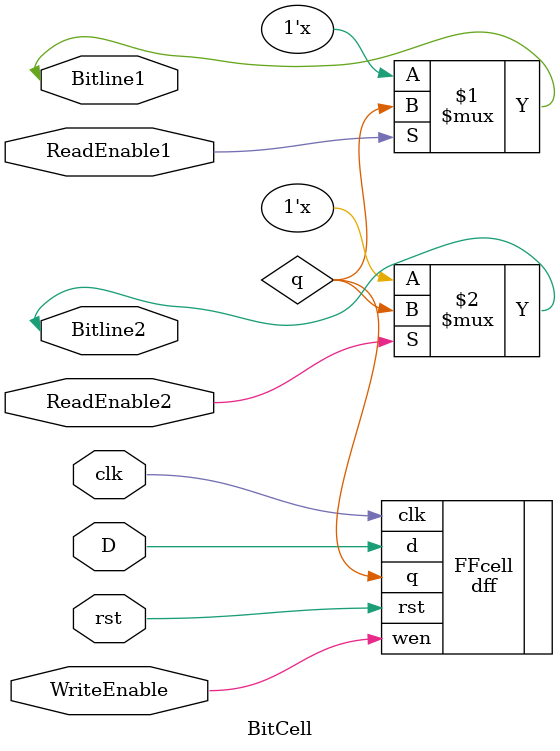
<source format=v>

module BitCell(clk, rst, D, WriteEnable, ReadEnable1, ReadEnable2, Bitline1, Bitline2);


input clk;
input rst;
input D;
input WriteEnable;
input ReadEnable1;
input ReadEnable2;
inout Bitline1;
inout Bitline2;


wire q;

//q, d, wen, clk, rst
dff FFcell(.q(q), .d(D), .wen(WriteEnable), .clk(clk), .rst(rst));


//assign Bitline1 = (ReadEnable1) ? ((WriteEnable) ? D : q) : 1'bz; //with bypassing
//assign Bitline2 = (ReadEnable2) ? ((WriteEnable) ? D : q) : 1'bz; //with bypassing
assign Bitline1 = (ReadEnable1) ? q : 1'bz;
assign Bitline2 = (ReadEnable2) ? q : 1'bz;


endmodule

</source>
